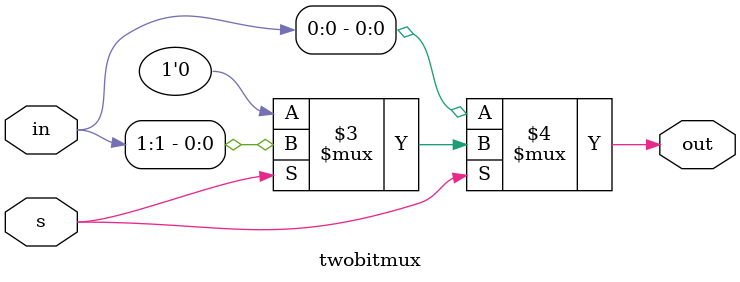
<source format=v>
module twobitmux(in, s, out);
	input wire[1: 0] in;
	input wire s;
	output wire out;
	assign out = s == 1'b0 ? in[0] : s == 1'b1 ? in[1] : 1'b0;
endmodule
</source>
